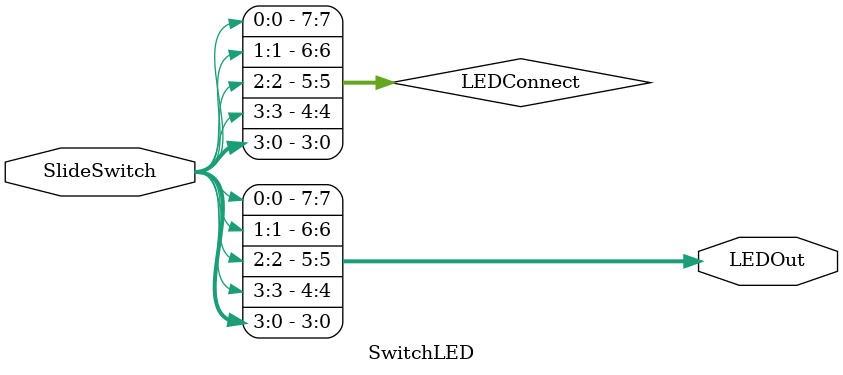
<source format=v>
`timescale 1ns / 1ps
module SwitchLED(
    output [7:0] LEDOut,
    input [3:0] SlideSwitch
    );
	 // ¿ªÊ¼Ìí¼Ó Verilog Ô´´úÂë
	reg [7:0] LEDConnect;
	
	always @(*) begin
	{LEDConnect[7], LEDConnect[0]} = {SlideSwitch[0], SlideSwitch[0]};
	{LEDConnect[6], LEDConnect[1]} = {SlideSwitch[1], SlideSwitch[1]};
	{LEDConnect[5], LEDConnect[2]} = {SlideSwitch[2], SlideSwitch[2]};
	{LEDConnect[4], LEDConnect[3]} = {SlideSwitch[3], SlideSwitch[3]};
	end
	
	assign LEDOut = LEDConnect;
// Íê³ÉÌí¼Ó Verilog Ô´´úÂë


endmodule

</source>
